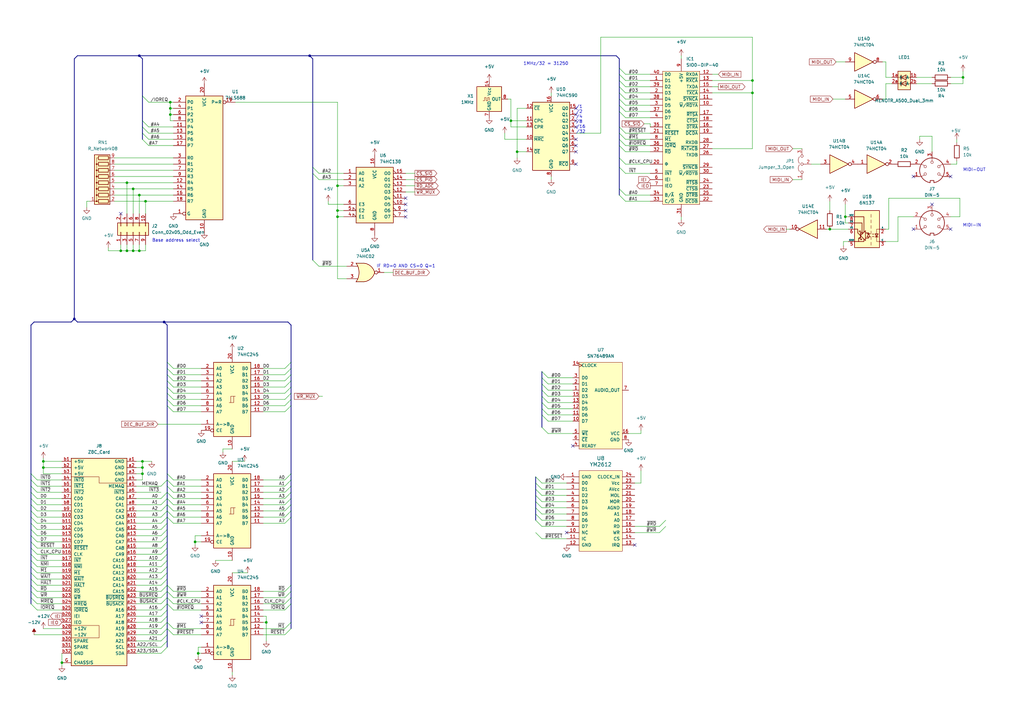
<source format=kicad_sch>
(kicad_sch (version 20230121) (generator eeschema)
  (paper "A3")
  (title_block (title "Z8C Midi Interfacee") (date "2022-10-14"))
  (junction (at 340.36 93.98))
  (junction (at 54.61 102.87))
  (junction (at 67.31 132.08))
  (junction (at 25.4 271.78))
  (junction (at 138.43 88.9))
  (junction (at 54.61 77.47))
  (junction (at 81.28 267.97))
  (junction (at 52.07 102.87))
  (junction (at 212.09 62.23))
  (junction (at 57.15 22.86))
  (junction (at 57.15 102.87))
  (junction (at 138.43 76.2))
  (junction (at 69.85 44.45))
  (junction (at 308.61 38.1))
  (junction (at 127 22.86))
  (junction (at 58.42 194.31))
  (junction (at 17.78 191.77))
  (junction (at 58.42 191.77))
  (junction (at 52.07 74.93))
  (junction (at 138.43 86.36))
  (junction (at 109.22 255.27))
  (junction (at 69.85 41.91))
  (junction (at 308.61 33.02))
  (junction (at 17.78 189.23))
  (junction (at 30.48 130.81))
  (junction (at 394.97 31.75))
  (junction (at 57.15 80.01))
  (junction (at 346.71 88.9))
  (junction (at 209.55 49.53))
  (junction (at 69.85 46.99))
  (junction (at 59.69 82.55))
  (junction (at 80.01 222.25))
  (junction (at 58.42 189.23))
  (junction (at 49.53 102.87))
  (no_connect (at 389.89 93.98))
  (no_connect (at 236.22 62.23))
  (no_connect (at 236.22 59.69))
  (no_connect (at 236.22 57.15))
  (no_connect (at 236.22 67.31))
  (no_connect (at 166.37 83.82))
  (no_connect (at 49.53 87.63))
  (no_connect (at 374.65 72.39))
  (no_connect (at 389.89 72.39))
  (no_connect (at 82.55 255.27))
  (no_connect (at 260.35 223.52))
  (no_connect (at 166.37 86.36))
  (no_connect (at 166.37 88.9))
  (no_connect (at 382.27 83.82))
  (no_connect (at 166.37 81.28))
  (no_connect (at 236.22 52.07))
  (no_connect (at 236.22 49.53))
  (no_connect (at 236.22 46.99))
  (no_connect (at 236.22 44.45))
  (no_connect (at 82.55 252.73))
  (no_connect (at 234.95 182.88))
  (no_connect (at 374.65 93.98))
  (no_connect (at 232.41 218.44))
  (bus_entry (at 119.38 240.03) (size -2.54 2.54))
  (bus_entry (at 222.25 198.12) (size -2.54 -2.54))
  (bus_entry (at 256.54 33.02) (size -2.54 -2.54))
  (bus_entry (at 68.58 250.19) (size -2.54 2.54))
  (bus_entry (at 15.24 217.17) (size -2.54 -2.54))
  (bus_entry (at 116.84 156.21) (size 2.54 -2.54))
  (bus_entry (at 119.38 247.65) (size -2.54 2.54))
  (bus_entry (at 256.54 43.18) (size -2.54 -2.54))
  (bus_entry (at 58.42 52.07) (size 2.54 2.54))
  (bus_entry (at 119.38 245.11) (size -2.54 2.54))
  (bus_entry (at 68.58 219.71) (size -2.54 2.54))
  (bus_entry (at 273.05 215.9) (size -2.54 2.54))
  (bus_entry (at 12.7 229.87) (size 2.54 2.54))
  (bus_entry (at 68.58 229.87) (size -2.54 2.54))
  (bus_entry (at 224.79 170.18) (size -2.54 -2.54))
  (bus_entry (at 222.25 200.66) (size -2.54 -2.54))
  (bus_entry (at 222.25 203.2) (size -2.54 -2.54))
  (bus_entry (at 12.7 240.03) (size 2.54 2.54))
  (bus_entry (at 68.58 209.55) (size -2.54 2.54))
  (bus_entry (at 68.58 245.11) (size -2.54 2.54))
  (bus_entry (at 68.58 242.57) (size 2.54 2.54))
  (bus_entry (at 15.24 219.71) (size -2.54 -2.54))
  (bus_entry (at 15.24 207.01) (size -2.54 -2.54))
  (bus_entry (at 68.58 255.27) (size -2.54 2.54))
  (bus_entry (at 128.27 106.68) (size 2.54 2.54))
  (bus_entry (at 68.58 212.09) (size -2.54 2.54))
  (bus_entry (at 116.84 166.37) (size 2.54 -2.54))
  (bus_entry (at 119.38 212.09) (size -2.54 2.54))
  (bus_entry (at 254 64.77) (size 2.54 2.54))
  (bus_entry (at 58.42 39.37) (size 2.54 2.54))
  (bus_entry (at 256.54 40.64) (size -2.54 -2.54))
  (bus_entry (at 68.58 257.81) (size 2.54 2.54))
  (bus_entry (at 254 77.47) (size 2.54 2.54))
  (bus_entry (at 222.25 205.74) (size -2.54 -2.54))
  (bus_entry (at 116.84 151.13) (size 2.54 -2.54))
  (bus_entry (at 68.58 199.39) (size 2.54 2.54))
  (bus_entry (at 71.12 158.75) (size -2.54 -2.54))
  (bus_entry (at 68.58 214.63) (size -2.54 2.54))
  (bus_entry (at 256.54 38.1) (size -2.54 -2.54))
  (bus_entry (at 222.25 175.26) (size 2.54 2.54))
  (bus_entry (at 119.38 209.55) (size -2.54 2.54))
  (bus_entry (at 68.58 227.33) (size -2.54 2.54))
  (bus_entry (at 68.58 204.47) (size -2.54 2.54))
  (bus_entry (at 15.24 222.25) (size -2.54 -2.54))
  (bus_entry (at 15.24 209.55) (size -2.54 -2.54))
  (bus_entry (at 254 52.07) (size 2.54 2.54))
  (bus_entry (at 15.24 214.63) (size -2.54 -2.54))
  (bus_entry (at 12.7 247.65) (size 2.54 2.54))
  (bus_entry (at 254 59.69) (size 2.54 2.54))
  (bus_entry (at 119.38 204.47) (size -2.54 2.54))
  (bus_entry (at 256.54 30.48) (size -2.54 -2.54))
  (bus_entry (at 68.58 240.03) (size -2.54 2.54))
  (bus_entry (at 256.54 48.26) (size -2.54 -2.54))
  (bus_entry (at 254 68.58) (size 2.54 2.54))
  (bus_entry (at 222.25 210.82) (size -2.54 -2.54))
  (bus_entry (at 68.58 201.93) (size 2.54 2.54))
  (bus_entry (at 15.24 212.09) (size -2.54 -2.54))
  (bus_entry (at 256.54 35.56) (size -2.54 -2.54))
  (bus_entry (at 224.79 154.94) (size -2.54 -2.54))
  (bus_entry (at 12.7 199.39) (size 2.54 2.54))
  (bus_entry (at 12.7 194.31) (size 2.54 2.54))
  (bus_entry (at 68.58 260.35) (size -2.54 2.54))
  (bus_entry (at 68.58 217.17) (size -2.54 2.54))
  (bus_entry (at 12.7 224.79) (size 2.54 2.54))
  (bus_entry (at 224.79 172.72) (size -2.54 -2.54))
  (bus_entry (at 68.58 252.73) (size -2.54 2.54))
  (bus_entry (at 116.84 153.67) (size 2.54 -2.54))
  (bus_entry (at 68.58 196.85) (size 2.54 2.54))
  (bus_entry (at 256.54 45.72) (size -2.54 -2.54))
  (bus_entry (at 119.38 257.81) (size -2.54 2.54))
  (bus_entry (at 68.58 204.47) (size 2.54 2.54))
  (bus_entry (at 222.25 215.9) (size -2.54 -2.54))
  (bus_entry (at 15.24 204.47) (size -2.54 -2.54))
  (bus_entry (at 68.58 207.01) (size 2.54 2.54))
  (bus_entry (at 66.04 199.39) (size 2.54 -2.54))
  (bus_entry (at 71.12 156.21) (size -2.54 -2.54))
  (bus_entry (at 224.79 162.56) (size -2.54 -2.54))
  (bus_entry (at 116.84 163.83) (size 2.54 -2.54))
  (bus_entry (at 116.84 161.29) (size 2.54 -2.54))
  (bus_entry (at 12.7 234.95) (size 2.54 2.54))
  (bus_entry (at 71.12 153.67) (size -2.54 -2.54))
  (bus_entry (at 68.58 247.65) (size 2.54 2.54))
  (bus_entry (at 12.7 232.41) (size 2.54 2.54))
  (bus_entry (at 254 57.15) (size 2.54 2.54))
  (bus_entry (at 119.38 255.27) (size -2.54 2.54))
  (bus_entry (at 58.42 49.53) (size 2.54 2.54))
  (bus_entry (at 12.7 237.49) (size 2.54 2.54))
  (bus_entry (at 68.58 212.09) (size 2.54 2.54))
  (bus_entry (at 12.7 222.25) (size 2.54 2.54))
  (bus_entry (at 128.27 68.58) (size 2.54 2.54))
  (bus_entry (at 71.12 168.91) (size -2.54 -2.54))
  (bus_entry (at 219.71 218.44) (size 2.54 2.54))
  (bus_entry (at 119.38 201.93) (size -2.54 2.54))
  (bus_entry (at 119.38 194.31) (size -2.54 2.54))
  (bus_entry (at 71.12 166.37) (size -2.54 -2.54))
  (bus_entry (at 116.84 168.91) (size 2.54 -2.54))
  (bus_entry (at 68.58 265.43) (size -2.54 2.54))
  (bus_entry (at 224.79 167.64) (size -2.54 -2.54))
  (bus_entry (at 71.12 163.83) (size -2.54 -2.54))
  (bus_entry (at 71.12 161.29) (size -2.54 -2.54))
  (bus_entry (at 68.58 242.57) (size -2.54 2.54))
  (bus_entry (at 12.7 245.11) (size 2.54 2.54))
  (bus_entry (at 119.38 207.01) (size -2.54 2.54))
  (bus_entry (at 68.58 257.81) (size -2.54 2.54))
  (bus_entry (at 68.58 237.49) (size -2.54 2.54))
  (bus_entry (at 119.38 242.57) (size -2.54 2.54))
  (bus_entry (at 71.12 151.13) (size -2.54 -2.54))
  (bus_entry (at 224.79 160.02) (size -2.54 -2.54))
  (bus_entry (at 68.58 207.01) (size -2.54 2.54))
  (bus_entry (at 224.79 165.1) (size -2.54 -2.54))
  (bus_entry (at 119.38 196.85) (size -2.54 2.54))
  (bus_entry (at 68.58 232.41) (size -2.54 2.54))
  (bus_entry (at 254 80.01) (size 2.54 2.54))
  (bus_entry (at 68.58 245.11) (size 2.54 2.54))
  (bus_entry (at 68.58 247.65) (size -2.54 2.54))
  (bus_entry (at 12.7 242.57) (size 2.54 2.54))
  (bus_entry (at 68.58 224.79) (size -2.54 2.54))
  (bus_entry (at 12.7 196.85) (size 2.54 2.54))
  (bus_entry (at 12.7 227.33) (size 2.54 2.54))
  (bus_entry (at 68.58 255.27) (size 2.54 2.54))
  (bus_entry (at 224.79 157.48) (size -2.54 -2.54))
  (bus_entry (at 68.58 240.03) (size 2.54 2.54))
  (bus_entry (at 222.25 208.28) (size -2.54 -2.54))
  (bus_entry (at 68.58 194.31) (size 2.54 2.54))
  (bus_entry (at 58.42 54.61) (size 2.54 2.54))
  (bus_entry (at 68.58 222.25) (size -2.54 2.54))
  (bus_entry (at 128.27 71.12) (size 2.54 2.54))
  (bus_entry (at 222.25 213.36) (size -2.54 -2.54))
  (bus_entry (at 273.05 213.36) (size -2.54 2.54))
  (bus_entry (at 68.58 234.95) (size -2.54 2.54))
  (bus_entry (at 68.58 201.93) (size -2.54 2.54))
  (bus_entry (at 68.58 262.89) (size -2.54 2.54))
  (bus_entry (at 68.58 209.55) (size 2.54 2.54))
  (bus_entry (at 116.84 158.75) (size 2.54 -2.54))
  (bus_entry (at 58.42 57.15) (size 2.54 2.54))
  (bus_entry (at 254 54.61) (size 2.54 2.54))
  (bus_entry (at 119.38 199.39) (size -2.54 2.54))
  (wire (pts (xy 15.24 229.87) (xy 25.4 229.87)))
  (wire (pts (xy 59.69 82.55) (xy 71.12 82.55)))
  (wire (pts (xy 64.77 173.99) (xy 82.55 173.99)))
  (wire (pts (xy 58.42 189.23) (xy 62.23 189.23)))
  (wire (pts (xy 81.28 267.97) (xy 81.28 269.24)))
  (wire (pts (xy 138.43 88.9) (xy 140.97 88.9)))
  (wire (pts (xy 55.88 199.39) (xy 66.04 199.39)))
  (bus (pts (xy 68.58 209.55) (xy 68.58 207.01)))
  (wire (pts (xy 212.09 44.45) (xy 212.09 62.23)))
  (bus (pts (xy 67.31 132.08) (xy 31.75 132.08)))
  (wire (pts (xy 71.12 44.45) (xy 69.85 44.45)))
  (wire (pts (xy 345.948 99.06) (xy 347.98 99.06)))
  (wire (pts (xy 91.44 184.15) (xy 95.25 184.15)))
  (bus (pts (xy 68.58 232.41) (xy 68.58 229.87)))
  (bus (pts (xy 12.7 196.85) (xy 12.7 199.39)))
  (bus (pts (xy 254 57.15) (xy 254 59.69)))
  (wire (pts (xy 66.04 222.25) (xy 55.88 222.25)))
  (wire (pts (xy 66.04 204.47) (xy 55.88 204.47)))
  (wire (pts (xy 80.01 219.71) (xy 80.01 222.25)))
  (wire (pts (xy 15.24 209.55) (xy 25.4 209.55)))
  (bus (pts (xy 222.25 154.94) (xy 222.25 157.48)))
  (wire (pts (xy 107.95 196.85) (xy 116.84 196.85)))
  (bus (pts (xy 254 52.07) (xy 254 54.61)))
  (wire (pts (xy 66.04 219.71) (xy 55.88 219.71)))
  (wire (pts (xy 116.84 161.29) (xy 107.95 161.29)))
  (wire (pts (xy 66.04 255.27) (xy 55.88 255.27)))
  (bus (pts (xy 68.58 133.35) (xy 68.58 148.59)))
  (wire (pts (xy 393.7 88.9) (xy 393.7 81.28)))
  (bus (pts (xy 68.58 161.29) (xy 68.58 163.83)))
  (wire (pts (xy 209.55 49.53) (xy 209.55 52.07)))
  (wire (pts (xy 52.07 102.87) (xy 52.07 100.33)))
  (wire (pts (xy 66.04 260.35) (xy 55.88 260.35)))
  (bus (pts (xy 254 45.72) (xy 254 52.07)))
  (wire (pts (xy 46.99 80.01) (xy 57.15 80.01)))
  (wire (pts (xy 54.61 77.47) (xy 54.61 87.63)))
  (bus (pts (xy 254 54.61) (xy 254 57.15)))
  (bus (pts (xy 128.27 24.13) (xy 127 22.86)))
  (bus (pts (xy 68.58 245.11) (xy 68.58 247.65)))
  (wire (pts (xy 209.55 52.07) (xy 215.9 52.07)))
  (wire (pts (xy 69.85 46.99) (xy 71.12 46.99)))
  (bus (pts (xy 31.75 132.08) (xy 30.48 130.81)))
  (wire (pts (xy 80.01 222.25) (xy 82.55 222.25)))
  (wire (pts (xy 46.99 74.93) (xy 52.07 74.93)))
  (wire (pts (xy 71.12 247.65) (xy 82.55 247.65)))
  (wire (pts (xy 59.69 102.87) (xy 59.69 100.33)))
  (bus (pts (xy 58.42 54.61) (xy 58.42 57.15)))
  (wire (pts (xy 13.97 260.35) (xy 25.4 260.35)))
  (wire (pts (xy 226.06 73.66) (xy 226.06 72.39)))
  (bus (pts (xy 254 38.1) (xy 254 35.56)))
  (wire (pts (xy 109.22 255.27) (xy 109.22 262.89)))
  (wire (pts (xy 66.04 242.57) (xy 55.88 242.57)))
  (bus (pts (xy 68.58 229.87) (xy 68.58 227.33)))
  (wire (pts (xy 69.85 49.53) (xy 69.85 46.99)))
  (bus (pts (xy 222.25 170.18) (xy 222.25 175.26)))
  (wire (pts (xy 91.44 185.42) (xy 91.44 184.15)))
  (wire (pts (xy 130.81 73.66) (xy 140.97 73.66)))
  (bus (pts (xy 58.42 49.53) (xy 58.42 52.07)))
  (wire (pts (xy 60.96 52.07) (xy 71.12 52.07)))
  (wire (pts (xy 54.61 100.33) (xy 54.61 102.87)))
  (bus (pts (xy 254 64.77) (xy 254 68.58)))
  (bus (pts (xy 254 59.69) (xy 254 64.77)))
  (wire (pts (xy 52.07 74.93) (xy 71.12 74.93)))
  (wire (pts (xy 57.15 100.33) (xy 57.15 102.87)))
  (wire (pts (xy 224.79 170.18) (xy 234.95 170.18)))
  (wire (pts (xy 256.54 48.26) (xy 266.7 48.26)))
  (wire (pts (xy 224.79 160.02) (xy 234.95 160.02)))
  (bus (pts (xy 119.38 247.65) (xy 119.38 255.27)))
  (bus (pts (xy 119.38 207.01) (xy 119.38 209.55)))
  (bus (pts (xy 119.38 151.13) (xy 119.38 153.67)))
  (wire (pts (xy 71.12 158.75) (xy 82.55 158.75)))
  (wire (pts (xy 17.78 194.31) (xy 25.4 194.31)))
  (wire (pts (xy 44.45 102.87) (xy 49.53 102.87)))
  (wire (pts (xy 15.24 222.25) (xy 25.4 222.25)))
  (wire (pts (xy 15.24 219.71) (xy 25.4 219.71)))
  (wire (pts (xy 88.392 229.87) (xy 95.25 229.87)))
  (bus (pts (xy 68.58 156.21) (xy 68.58 158.75)))
  (bus (pts (xy 222.25 152.4) (xy 222.25 154.94)))
  (bus (pts (xy 12.7 133.35) (xy 13.97 132.08)))
  (wire (pts (xy 170.18 76.2) (xy 166.37 76.2)))
  (wire (pts (xy 222.25 213.36) (xy 232.41 213.36)))
  (wire (pts (xy 15.24 204.47) (xy 25.4 204.47)))
  (wire (pts (xy 346.71 88.9) (xy 346.71 91.44)))
  (wire (pts (xy 107.95 201.93) (xy 116.84 201.93)))
  (bus (pts (xy 119.38 166.37) (xy 119.38 194.31)))
  (wire (pts (xy 363.347 31.75) (xy 365.76 31.75)))
  (bus (pts (xy 119.38 240.03) (xy 119.38 242.57)))
  (wire (pts (xy 257.81 177.8) (xy 262.89 177.8)))
  (bus (pts (xy 222.25 167.64) (xy 222.25 165.1)))
  (bus (pts (xy 219.71 205.74) (xy 219.71 203.2)))
  (bus (pts (xy 12.7 219.71) (xy 12.7 217.17)))
  (wire (pts (xy 17.78 257.81) (xy 25.4 257.81)))
  (wire (pts (xy 256.54 59.69) (xy 266.7 59.69)))
  (wire (pts (xy 308.61 60.96) (xy 292.1 60.96)))
  (wire (pts (xy 222.25 200.66) (xy 232.41 200.66)))
  (bus (pts (xy 12.7 209.55) (xy 12.7 207.01)))
  (wire (pts (xy 339.09 93.98) (xy 340.36 93.98)))
  (bus (pts (xy 222.25 165.1) (xy 222.25 162.56)))
  (wire (pts (xy 71.12 153.67) (xy 82.55 153.67)))
  (bus (pts (xy 254 45.72) (xy 254 43.18)))
  (wire (pts (xy 322.453 93.98) (xy 323.85 93.98)))
  (wire (pts (xy 256.54 45.72) (xy 266.7 45.72)))
  (bus (pts (xy 119.38 161.29) (xy 119.38 163.83)))
  (wire (pts (xy 66.04 209.55) (xy 55.88 209.55)))
  (wire (pts (xy 207.01 57.15) (xy 207.01 54.61)))
  (wire (pts (xy 389.89 88.9) (xy 393.7 88.9)))
  (wire (pts (xy 15.24 212.09) (xy 25.4 212.09)))
  (wire (pts (xy 15.24 240.03) (xy 25.4 240.03)))
  (wire (pts (xy 17.78 191.77) (xy 17.78 194.31)))
  (wire (pts (xy 363.347 34.29) (xy 365.76 34.29)))
  (wire (pts (xy 46.99 82.55) (xy 59.69 82.55)))
  (wire (pts (xy 138.43 114.3) (xy 142.24 114.3)))
  (wire (pts (xy 256.54 43.18) (xy 266.7 43.18)))
  (wire (pts (xy 15.24 232.41) (xy 25.4 232.41)))
  (wire (pts (xy 256.54 80.01) (xy 266.7 80.01)))
  (bus (pts (xy 68.58 250.19) (xy 68.58 247.65)))
  (wire (pts (xy 236.22 54.61) (xy 246.38 54.61)))
  (bus (pts (xy 128.27 24.13) (xy 128.27 68.58)))
  (wire (pts (xy 55.88 194.31) (xy 58.42 194.31)))
  (wire (pts (xy 270.51 218.44) (xy 260.35 218.44)))
  (bus (pts (xy 12.7 242.57) (xy 12.7 245.11)))
  (wire (pts (xy 71.12 209.55) (xy 82.55 209.55)))
  (bus (pts (xy 219.71 200.66) (xy 219.71 203.2)))
  (wire (pts (xy 52.07 74.93) (xy 52.07 87.63)))
  (bus (pts (xy 68.58 242.57) (xy 68.58 245.11)))
  (bus (pts (xy 68.58 153.67) (xy 68.58 156.21)))
  (wire (pts (xy 116.84 204.47) (xy 107.95 204.47)))
  (bus (pts (xy 254 43.18) (xy 254 40.64)))
  (bus (pts (xy 12.7 199.39) (xy 12.7 201.93)))
  (wire (pts (xy 166.37 71.12) (xy 170.18 71.12)))
  (bus (pts (xy 254 24.13) (xy 252.73 22.86)))
  (bus (pts (xy 68.58 204.47) (xy 68.58 201.93)))
  (wire (pts (xy 46.99 69.85) (xy 71.12 69.85)))
  (bus (pts (xy 12.7 237.49) (xy 12.7 240.03)))
  (bus (pts (xy 119.38 204.47) (xy 119.38 207.01)))
  (bus (pts (xy 29.21 132.08) (xy 30.48 130.81)))
  (wire (pts (xy 382.27 55.88) (xy 382.27 62.23)))
  (bus (pts (xy 119.38 209.55) (xy 119.38 212.09)))
  (wire (pts (xy 71.12 199.39) (xy 82.55 199.39)))
  (wire (pts (xy 392.43 67.31) (xy 392.43 66.04)))
  (wire (pts (xy 66.04 224.79) (xy 55.88 224.79)))
  (bus (pts (xy 127 22.86) (xy 252.73 22.86)))
  (wire (pts (xy 58.42 194.31) (xy 58.42 191.77)))
  (bus (pts (xy 68.58 199.39) (xy 68.58 201.93)))
  (wire (pts (xy 140.97 83.82) (xy 134.62 83.82)))
  (wire (pts (xy 109.22 252.73) (xy 109.22 255.27)))
  (bus (pts (xy 119.38 158.75) (xy 119.38 161.29)))
  (bus (pts (xy 12.7 224.79) (xy 12.7 227.33)))
  (wire (pts (xy 389.89 31.75) (xy 394.97 31.75)))
  (wire (pts (xy 60.96 54.61) (xy 71.12 54.61)))
  (wire (pts (xy 224.79 157.48) (xy 234.95 157.48)))
  (bus (pts (xy 119.38 199.39) (xy 119.38 201.93)))
  (wire (pts (xy 25.4 271.78) (xy 25.4 267.97)))
  (wire (pts (xy 71.12 161.29) (xy 82.55 161.29)))
  (wire (pts (xy 325.12 73.66) (xy 328.93 73.66)))
  (wire (pts (xy 15.24 196.85) (xy 25.4 196.85)))
  (bus (pts (xy 254 68.58) (xy 254 77.47)))
  (wire (pts (xy 60.96 57.15) (xy 71.12 57.15)))
  (wire (pts (xy 138.43 86.36) (xy 140.97 86.36)))
  (wire (pts (xy 107.95 255.27) (xy 109.22 255.27)))
  (wire (pts (xy 166.37 73.66) (xy 170.18 73.66)))
  (bus (pts (xy 119.38 156.21) (xy 119.38 158.75)))
  (wire (pts (xy 69.85 41.91) (xy 71.12 41.91)))
  (wire (pts (xy 54.61 102.87) (xy 57.15 102.87)))
  (bus (pts (xy 68.58 257.81) (xy 68.58 255.27)))
  (wire (pts (xy 82.55 219.71) (xy 80.01 219.71)))
  (wire (pts (xy 375.92 34.29) (xy 382.27 34.29)))
  (wire (pts (xy 166.37 78.74) (xy 170.18 78.74)))
  (wire (pts (xy 15.24 250.19) (xy 25.4 250.19)))
  (bus (pts (xy 119.38 133.35) (xy 119.38 148.59)))
  (wire (pts (xy 71.12 196.85) (xy 82.55 196.85)))
  (wire (pts (xy 46.99 67.31) (xy 71.12 67.31)))
  (bus (pts (xy 119.38 245.11) (xy 119.38 247.65)))
  (wire (pts (xy 71.12 257.81) (xy 82.55 257.81)))
  (bus (pts (xy 254 24.13) (xy 254 27.94)))
  (wire (pts (xy 209.55 40.64) (xy 209.55 49.53)))
  (bus (pts (xy 219.71 198.12) (xy 219.71 200.66)))
  (wire (pts (xy 15.24 247.65) (xy 25.4 247.65)))
  (bus (pts (xy 12.7 229.87) (xy 12.7 232.41)))
  (wire (pts (xy 15.24 245.11) (xy 25.4 245.11)))
  (bus (pts (xy 67.31 132.08) (xy 118.11 132.08)))
  (wire (pts (xy 15.24 242.57) (xy 25.4 242.57)))
  (wire (pts (xy 82.55 267.97) (xy 81.28 267.97)))
  (wire (pts (xy 392.43 58.42) (xy 392.43 57.15)))
  (wire (pts (xy 49.53 100.33) (xy 49.53 102.87)))
  (bus (pts (xy 219.71 213.36) (xy 219.71 210.82)))
  (wire (pts (xy 308.61 33.02) (xy 292.1 33.02)))
  (bus (pts (xy 119.38 242.57) (xy 119.38 245.11)))
  (wire (pts (xy 71.12 204.47) (xy 82.55 204.47)))
  (wire (pts (xy 71.12 250.19) (xy 82.55 250.19)))
  (wire (pts (xy 66.04 250.19) (xy 55.88 250.19)))
  (wire (pts (xy 279.4 22.86) (xy 279.4 24.13)))
  (bus (pts (xy 68.58 212.09) (xy 68.58 209.55)))
  (wire (pts (xy 215.9 44.45) (xy 212.09 44.45)))
  (wire (pts (xy 107.95 247.65) (xy 116.84 247.65)))
  (wire (pts (xy 270.51 215.9) (xy 260.35 215.9)))
  (wire (pts (xy 116.84 214.63) (xy 107.95 214.63)))
  (bus (pts (xy 68.58 250.19) (xy 68.58 252.73)))
  (bus (pts (xy 68.58 237.49) (xy 68.58 234.95)))
  (wire (pts (xy 66.04 214.63) (xy 55.88 214.63)))
  (wire (pts (xy 116.84 163.83) (xy 107.95 163.83)))
  (bus (pts (xy 68.58 217.17) (xy 68.58 214.63)))
  (wire (pts (xy 66.04 234.95) (xy 55.88 234.95)))
  (wire (pts (xy 95.25 276.86) (xy 95.25 275.59)))
  (wire (pts (xy 389.89 67.31) (xy 392.43 67.31)))
  (wire (pts (xy 262.89 177.8) (xy 262.89 176.53)))
  (wire (pts (xy 138.43 86.36) (xy 138.43 88.9)))
  (wire (pts (xy 66.04 240.03) (xy 55.88 240.03)))
  (wire (pts (xy 208.28 40.64) (xy 209.55 40.64)))
  (bus (pts (xy 68.58 262.89) (xy 68.58 260.35)))
  (bus (pts (xy 13.97 132.08) (xy 29.21 132.08)))
  (wire (pts (xy 66.04 207.01) (xy 55.88 207.01)))
  (bus (pts (xy 222.25 157.48) (xy 222.25 160.02)))
  (bus (pts (xy 12.7 219.71) (xy 12.7 222.25)))
  (wire (pts (xy 59.69 82.55) (xy 59.69 87.63)))
  (wire (pts (xy 46.99 72.39) (xy 71.12 72.39)))
  (wire (pts (xy 58.42 191.77) (xy 58.42 189.23)))
  (wire (pts (xy 35.56 82.55) (xy 36.83 82.55)))
  (bus (pts (xy 68.58 194.31) (xy 68.58 196.85)))
  (bus (pts (xy 219.71 210.82) (xy 219.71 208.28)))
  (wire (pts (xy 246.38 15.24) (xy 246.38 54.61)))
  (wire (pts (xy 107.95 212.09) (xy 116.84 212.09)))
  (wire (pts (xy 66.04 232.41) (xy 55.88 232.41)))
  (wire (pts (xy 368.3 88.9) (xy 374.65 88.9)))
  (wire (pts (xy 71.12 201.93) (xy 82.55 201.93)))
  (wire (pts (xy 347.98 91.44) (xy 346.71 91.44)))
  (wire (pts (xy 364.49 81.28) (xy 364.49 93.98)))
  (wire (pts (xy 209.55 49.53) (xy 215.9 49.53)))
  (bus (pts (xy 68.58 240.03) (xy 68.58 242.57)))
  (wire (pts (xy 66.04 265.43) (xy 55.88 265.43)))
  (wire (pts (xy 224.79 154.94) (xy 234.95 154.94)))
  (wire (pts (xy 256.54 38.1) (xy 266.7 38.1)))
  (wire (pts (xy 15.24 214.63) (xy 25.4 214.63)))
  (bus (pts (xy 119.38 255.27) (xy 119.38 257.81)))
  (bus (pts (xy 222.25 170.18) (xy 222.25 167.64)))
  (wire (pts (xy 264.16 50.8) (xy 266.7 50.8)))
  (wire (pts (xy 71.12 207.01) (xy 82.55 207.01)))
  (wire (pts (xy 15.24 227.33) (xy 25.4 227.33)))
  (wire (pts (xy 71.12 166.37) (xy 82.55 166.37)))
  (wire (pts (xy 81.28 267.97) (xy 81.28 265.43)))
  (wire (pts (xy 377.19 57.15) (xy 377.19 55.88)))
  (bus (pts (xy 254 30.48) (xy 254 33.02)))
  (wire (pts (xy 308.61 33.02) (xy 308.61 38.1)))
  (wire (pts (xy 394.97 31.75) (xy 394.97 29.21)))
  (wire (pts (xy 224.79 177.8) (xy 234.95 177.8)))
  (wire (pts (xy 256.54 82.55) (xy 266.7 82.55)))
  (wire (pts (xy 224.79 167.64) (xy 234.95 167.64)))
  (wire (pts (xy 260.35 198.12) (xy 262.89 198.12)))
  (wire (pts (xy 107.95 209.55) (xy 116.84 209.55)))
  (bus (pts (xy 12.7 245.11) (xy 12.7 247.65)))
  (wire (pts (xy 81.28 265.43) (xy 82.55 265.43)))
  (wire (pts (xy 116.84 245.11) (xy 107.95 245.11)))
  (wire (pts (xy 341.63 40.64) (xy 346.71 40.64)))
  (bus (pts (xy 119.38 194.31) (xy 119.38 196.85)))
  (wire (pts (xy 107.95 158.75) (xy 116.84 158.75)))
  (wire (pts (xy 222.25 208.28) (xy 232.41 208.28)))
  (wire (pts (xy 71.12 49.53) (xy 69.85 49.53)))
  (bus (pts (xy 219.71 208.28) (xy 219.71 205.74)))
  (wire (pts (xy 363.347 25.4) (xy 363.347 31.75)))
  (wire (pts (xy 66.04 212.09) (xy 55.88 212.09)))
  (wire (pts (xy 215.9 57.15) (xy 207.01 57.15)))
  (bus (pts (xy 12.7 214.63) (xy 12.7 212.09)))
  (wire (pts (xy 116.84 151.13) (xy 107.95 151.13)))
  (wire (pts (xy 157.48 111.76) (xy 161.29 111.76)))
  (bus (pts (xy 12.7 207.01) (xy 12.7 204.47)))
  (wire (pts (xy 15.24 217.17) (xy 25.4 217.17)))
  (wire (pts (xy 17.78 191.77) (xy 17.78 189.23)))
  (wire (pts (xy 71.12 212.09) (xy 82.55 212.09)))
  (wire (pts (xy 101.6 234.95) (xy 95.25 234.95)))
  (wire (pts (xy 66.04 245.11) (xy 55.88 245.11)))
  (wire (pts (xy 130.81 109.22) (xy 142.24 109.22)))
  (bus (pts (xy 57.15 22.86) (xy 127 22.86)))
  (bus (pts (xy 12.7 204.47) (xy 12.7 201.93)))
  (wire (pts (xy 35.56 82.55) (xy 35.56 85.09)))
  (bus (pts (xy 68.58 260.35) (xy 68.58 257.81)))
  (wire (pts (xy 222.25 198.12) (xy 232.41 198.12)))
  (wire (pts (xy 256.54 71.12) (xy 266.7 71.12)))
  (wire (pts (xy 138.43 88.9) (xy 138.43 114.3)))
  (bus (pts (xy 58.42 24.13) (xy 57.15 22.86)))
  (wire (pts (xy 80.01 223.52) (xy 80.01 222.25)))
  (wire (pts (xy 66.04 257.81) (xy 55.88 257.81)))
  (wire (pts (xy 60.96 41.91) (xy 69.85 41.91)))
  (wire (pts (xy 55.88 196.85) (xy 58.42 196.85)))
  (bus (pts (xy 68.58 163.83) (xy 68.58 166.37)))
  (bus (pts (xy 12.7 240.03) (xy 12.7 242.57)))
  (bus (pts (xy 68.58 227.33) (xy 68.58 224.79)))
  (wire (pts (xy 256.54 67.31) (xy 266.7 67.31)))
  (bus (pts (xy 219.71 195.58) (xy 219.71 198.12)))
  (bus (pts (xy 68.58 219.71) (xy 68.58 217.17)))
  (wire (pts (xy 222.25 205.74) (xy 232.41 205.74)))
  (wire (pts (xy 15.24 234.95) (xy 25.4 234.95)))
  (wire (pts (xy 116.84 260.35) (xy 107.95 260.35)))
  (wire (pts (xy 15.24 201.93) (xy 25.4 201.93)))
  (wire (pts (xy 52.07 102.87) (xy 54.61 102.87)))
  (wire (pts (xy 375.92 31.75) (xy 382.27 31.75)))
  (wire (pts (xy 294.64 35.56) (xy 292.1 35.56)))
  (bus (pts (xy 68.58 214.63) (xy 68.58 212.09)))
  (wire (pts (xy 44.45 101.6) (xy 44.45 102.87)))
  (wire (pts (xy 389.89 34.29) (xy 394.97 34.29)))
  (wire (pts (xy 332.74 67.31) (xy 336.55 67.31)))
  (wire (pts (xy 17.78 187.96) (xy 17.78 189.23)))
  (bus (pts (xy 254 40.64) (xy 254 38.1)))
  (wire (pts (xy 224.79 162.56) (xy 234.95 162.56)))
  (bus (pts (xy 254 27.94) (xy 254 30.48)))
  (wire (pts (xy 49.53 102.87) (xy 52.07 102.87)))
  (wire (pts (xy 222.25 210.82) (xy 232.41 210.82)))
  (wire (pts (xy 377.19 55.88) (xy 382.27 55.88)))
  (wire (pts (xy 15.24 199.39) (xy 25.4 199.39)))
  (wire (pts (xy 256.54 57.15) (xy 266.7 57.15)))
  (wire (pts (xy 71.12 163.83) (xy 82.55 163.83)))
  (bus (pts (xy 68.58 207.01) (xy 68.58 204.47)))
  (wire (pts (xy 66.04 267.97) (xy 55.88 267.97)))
  (wire (pts (xy 15.24 207.01) (xy 25.4 207.01)))
  (bus (pts (xy 12.7 194.31) (xy 12.7 196.85)))
  (wire (pts (xy 346.71 88.9) (xy 347.98 88.9)))
  (wire (pts (xy 246.38 15.24) (xy 308.61 15.24)))
  (wire (pts (xy 224.79 172.72) (xy 234.95 172.72)))
  (wire (pts (xy 60.96 59.69) (xy 71.12 59.69)))
  (wire (pts (xy 66.04 247.65) (xy 55.88 247.65)))
  (wire (pts (xy 71.12 151.13) (xy 82.55 151.13)))
  (wire (pts (xy 361.95 40.64) (xy 363.347 40.64)))
  (wire (pts (xy 71.12 214.63) (xy 82.55 214.63)))
  (wire (pts (xy 25.4 191.77) (xy 17.78 191.77)))
  (wire (pts (xy 57.15 102.87) (xy 59.69 102.87)))
  (bus (pts (xy 119.38 212.09) (xy 119.38 240.03)))
  (wire (pts (xy 345.948 100.838) (xy 345.948 99.06)))
  (wire (pts (xy 69.85 44.45) (xy 69.85 46.99)))
  (wire (pts (xy 107.95 252.73) (xy 109.22 252.73)))
  (wire (pts (xy 224.79 165.1) (xy 234.95 165.1)))
  (bus (pts (xy 68.58 224.79) (xy 68.58 222.25)))
  (bus (pts (xy 68.58 151.13) (xy 68.58 153.67)))
  (wire (pts (xy 256.54 33.02) (xy 266.7 33.02)))
  (wire (pts (xy 95.25 189.23) (xy 100.33 189.23)))
  (bus (pts (xy 68.58 252.73) (xy 68.58 255.27)))
  (bus (pts (xy 12.7 234.95) (xy 12.7 237.49)))
  (bus (pts (xy 68.58 196.85) (xy 68.58 199.39)))
  (wire (pts (xy 346.71 83.82) (xy 346.71 88.9)))
  (bus (pts (xy 68.58 262.89) (xy 68.58 265.43)))
  (bus (pts (xy 12.7 232.41) (xy 12.7 234.95)))
  (wire (pts (xy 361.95 25.4) (xy 363.347 25.4)))
  (wire (pts (xy 107.95 166.37) (xy 116.84 166.37)))
  (bus (pts (xy 128.27 71.12) (xy 128.27 106.68)))
  (wire (pts (xy 66.04 229.87) (xy 55.88 229.87)))
  (wire (pts (xy 256.54 35.56) (xy 266.7 35.56)))
  (wire (pts (xy 212.09 62.23) (xy 215.9 62.23)))
  (wire (pts (xy 364.49 93.98) (xy 363.22 93.98)))
  (wire (pts (xy 256.54 62.23) (xy 266.7 62.23)))
  (bus (pts (xy 58.42 39.37) (xy 58.42 49.53)))
  (wire (pts (xy 325.12 60.96) (xy 328.93 60.96)))
  (wire (pts (xy 107.95 242.57) (xy 116.84 242.57)))
  (bus (pts (xy 12.7 222.25) (xy 12.7 224.79)))
  (wire (pts (xy 130.81 71.12) (xy 140.97 71.12)))
  (bus (pts (xy 12.7 227.33) (xy 12.7 229.87)))
  (wire (pts (xy 66.04 262.89) (xy 55.88 262.89)))
  (bus (pts (xy 119.38 148.59) (xy 119.38 151.13)))
  (wire (pts (xy 138.43 41.91) (xy 138.43 76.2)))
  (wire (pts (xy 71.12 242.57) (xy 82.55 242.57)))
  (wire (pts (xy 308.61 38.1) (xy 292.1 38.1)))
  (bus (pts (xy 12.7 217.17) (xy 12.7 214.63)))
  (wire (pts (xy 58.42 196.85) (xy 58.42 194.31)))
  (wire (pts (xy 17.78 189.23) (xy 25.4 189.23)))
  (wire (pts (xy 66.04 227.33) (xy 55.88 227.33)))
  (bus (pts (xy 119.38 163.83) (xy 119.38 166.37)))
  (bus (pts (xy 12.7 212.09) (xy 12.7 209.55)))
  (wire (pts (xy 342.9 25.4) (xy 346.71 25.4)))
  (bus (pts (xy 30.48 24.13) (xy 30.48 130.81)))
  (wire (pts (xy 226.06 38.1) (xy 226.06 39.37)))
  (bus (pts (xy 68.58 240.03) (xy 68.58 237.49)))
  (wire (pts (xy 66.04 217.17) (xy 55.88 217.17)))
  (wire (pts (xy 116.84 153.67) (xy 107.95 153.67)))
  (wire (pts (xy 96.52 41.91) (xy 138.43 41.91)))
  (wire (pts (xy 15.24 224.79) (xy 25.4 224.79)))
  (bus (pts (xy 254 33.02) (xy 254 35.56)))
  (wire (pts (xy 46.99 77.47) (xy 54.61 77.47)))
  (wire (pts (xy 55.88 191.77) (xy 58.42 191.77)))
  (wire (pts (xy 71.12 156.21) (xy 82.55 156.21)))
  (bus (pts (xy 68.58 166.37) (xy 68.58 194.31)))
  (wire (pts (xy 279.4 90.17) (xy 279.4 88.9)))
  (wire (pts (xy 140.97 76.2) (xy 138.43 76.2)))
  (wire (pts (xy 15.24 237.49) (xy 25.4 237.49)))
  (bus (pts (xy 12.7 194.31) (xy 12.7 133.35)))
  (bus (pts (xy 119.38 153.67) (xy 119.38 156.21)))
  (wire (pts (xy 363.22 99.06) (xy 368.3 99.06)))
  (wire (pts (xy 25.4 273.05) (xy 25.4 271.78)))
  (wire (pts (xy 363.347 40.64) (xy 363.347 34.29)))
  (wire (pts (xy 308.61 38.1) (xy 308.61 60.96)))
  (wire (pts (xy 266.7 50.8) (xy 266.7 52.07)))
  (wire (pts (xy 107.95 156.21) (xy 116.84 156.21)))
  (wire (pts (xy 256.54 30.48) (xy 266.7 30.48)))
  (wire (pts (xy 116.84 207.01) (xy 107.95 207.01)))
  (bus (pts (xy 30.48 24.13) (xy 31.75 22.86)))
  (wire (pts (xy 292.1 30.48) (xy 294.64 30.48)))
  (bus (pts (xy 68.58 234.95) (xy 68.58 232.41)))
  (wire (pts (xy 256.54 40.64) (xy 266.7 40.64)))
  (wire (pts (xy 66.04 237.49) (xy 55.88 237.49)))
  (wire (pts (xy 134.62 83.82) (xy 134.62 82.55)))
  (wire (pts (xy 107.95 199.39) (xy 116.84 199.39)))
  (bus (pts (xy 128.27 71.12) (xy 128.27 68.58)))
  (bus (pts (xy 119.38 133.35) (xy 118.11 132.08)))
  (wire (pts (xy 55.88 201.93) (xy 66.04 201.93)))
  (wire (pts (xy 138.43 76.2) (xy 138.43 86.36)))
  (wire (pts (xy 340.36 93.98) (xy 347.98 93.98)))
  (bus (pts (xy 119.38 196.85) (xy 119.38 199.39)))
  (bus (pts (xy 68.58 148.59) (xy 68.58 151.13)))
  (bus (pts (xy 68.58 222.25) (xy 68.58 219.71)))
  (bus (pts (xy 68.58 158.75) (xy 68.58 161.29)))
  (bus (pts (xy 58.42 52.07) (xy 58.42 54.61)))
  (wire (pts (xy 212.09 62.23) (xy 212.09 64.77)))
  (bus (pts (xy 222.25 162.56) (xy 222.25 160.02)))
  (wire (pts (xy 57.15 80.01) (xy 71.12 80.01)))
  (wire (pts (xy 340.36 82.55) (xy 340.36 86.36)))
  (wire (pts (xy 222.25 220.98) (xy 232.41 220.98)))
  (wire (pts (xy 262.89 198.12) (xy 262.89 193.04)))
  (wire (pts (xy 393.7 81.28) (xy 364.49 81.28)))
  (wire (pts (xy 71.12 168.91) (xy 82.55 168.91)))
  (wire (pts (xy 256.54 54.61) (xy 266.7 54.61)))
  (wire (pts (xy 130.81 162.56) (xy 132.334 162.56)))
  (wire (pts (xy 46.99 64.77) (xy 71.12 64.77)))
  (wire (pts (xy 308.61 15.24) (xy 308.61 33.02)))
  (wire (pts (xy 55.88 189.23) (xy 58.42 189.23)))
  (wire (pts (xy 107.95 168.91) (xy 116.84 168.91)))
  (wire (pts (xy 394.97 31.75) (xy 394.97 34.29)))
  (wire (pts (xy 71.12 260.35) (xy 82.55 260.35)))
  (wire (pts (xy 69.85 41.91) (xy 69.85 44.45)))
  (bus (pts (xy 31.75 22.86) (xy 57.15 22.86)))
  (wire (pts (xy 66.04 252.73) (xy 55.88 252.73)))
  (wire (pts (xy 222.25 203.2) (xy 232.41 203.2)))
  (wire (pts (xy 71.12 245.11) (xy 82.55 245.11)))
  (wire (pts (xy 57.15 80.01) (xy 57.15 87.63)))
  (wire (pts (xy 368.3 99.06) (xy 368.3 88.9)))
  (wire (pts (xy 54.61 77.47) (xy 71.12 77.47)))
  (wire (pts (xy 116.84 257.81) (xy 107.95 257.81)))
  (bus (pts (xy 58.42 24.13) (xy 58.42 39.37)))
  (bus (pts (xy 68.58 133.35) (xy 67.31 132.08)))
  (wire (pts (xy 107.95 250.19) (xy 116.84 250.19)))
  (bus (pts (xy 254 77.47) (xy 254 80.01)))
  (wire (pts (xy 222.25 215.9) (xy 232.41 215.9)))
  (bus (pts (xy 119.38 201.93) (xy 119.38 204.47)))
  (text "MIDI-OUT" (at 394.97 70.485 0) (effects (font (size 1.27 1.27)) (justify left bottom)))
  (text "/1\n/2\n/4\n/8\n/16\n/32" (at 236.22 54.864 0) (effects (font (size 1.27 1.27)) (justify left bottom)))
  (text "MIDI-IN" (at 394.843 93.218 0) (effects (font (size 1.27 1.27)) (justify left bottom)))
  (text "Base address select" (at 62.357 99.441 0) (effects (font (size 1.27 1.27)) (justify left bottom)))
  (text "IF RD=0 AND CS=0 Q=1\n" (at 154.432 109.982 0) (effects (font (size 1.27 1.27)) (justify left bottom)))
  (text "1MHz/32 = 31250" (at 214.63 26.924 0) (effects (font (size 1.27 1.27)) (justify left bottom)))
  (label "#A1" (at 72.39 199.39 0))
  (label "A0" (at 64.77 204.47 180))
  (label "A22{slash}SCL" (at 64.77 265.43 180))
  (label "CLK_CPU" (at 116.84 247.65 180))
  (label "A6" (at 116.84 212.09 180))
  (label "~{M1}" (at 116.84 257.81 180))
  (label "#D6" (at 223.52 213.36 0))
  (label "~{#IOREQ}" (at 72.39 250.19 0))
  (label "A8" (at 64.77 224.79 180))
  (label "#D2" (at 226.06 160.02 0))
  (label "D3" (at 110.49 158.75 180))
  (label "~{RD}" (at 116.84 242.57 180))
  (label "D1" (at 110.49 153.67 180))
  (label "A16" (at 64.77 250.19 180))
  (label "#D5" (at 257.81 43.18 0))
  (label "#A5" (at 72.39 209.55 0))
  (label "~{WR}" (at 16.51 245.11 0))
  (label "A7" (at 64.77 222.25 180))
  (label "#A7" (at 72.39 214.63 0))
  (label "#A6" (at 61.722 57.15 0))
  (label "#D5" (at 226.06 167.64 0))
  (label "A1" (at 116.84 199.39 180))
  (label "#D1" (at 72.39 153.67 0))
  (label "D6" (at 16.51 219.71 0))
  (label "MEMAQ" (at 64.77 199.39 180))
  (label "#A6" (at 72.39 212.09 0))
  (label "A1" (at 64.77 207.01 180))
  (label "D0" (at 110.49 151.13 180))
  (label "~{#RD}" (at 257.81 62.23 0))
  (label "#A5" (at 61.722 54.61 0))
  (label "A2" (at 116.84 201.93 180))
  (label "~{#WR}" (at 72.39 245.11 0))
  (label "#D1" (at 223.52 200.66 0))
  (label "#D1" (at 257.81 33.02 0))
  (label "~{NMI}" (at 16.51 232.41 0))
  (label "A9" (at 64.77 227.33 180))
  (label "#D6" (at 72.39 166.37 0))
  (label "#A4" (at 61.722 52.07 0))
  (label "A17" (at 64.77 252.73 180))
  (label "~{M1}" (at 16.51 234.95 0))
  (label "A2" (at 64.77 209.55 180))
  (label "A18" (at 64.77 255.27 180))
  (label "#CLK_CPU" (at 72.39 247.65 0))
  (label "~{#RESET}" (at 257.81 54.61 0))
  (label "~{#WR}" (at 269.24 218.44 180))
  (label "A10" (at 64.77 229.87 180))
  (label "A4" (at 116.84 207.01 180))
  (label "#A7" (at 60.96 59.69 0))
  (label "~{#RESET}" (at 72.39 260.35 0))
  (label "~{IOREQ}" (at 116.84 250.19 180))
  (label "~{#IOREQ}" (at 257.81 59.69 0))
  (label "~{#RD}" (at 269.24 215.9 180))
  (label "A20" (at 64.77 260.35 180))
  (label "A21" (at 64.77 262.89 180))
  (label "#A2" (at 132.08 71.12 0))
  (label "#CLK_CPU" (at 257.81 67.31 0))
  (label "~{INT3}" (at 60.96 201.93 0))
  (label "#D2" (at 257.81 35.56 0))
  (label "~{RESET}" (at 116.84 260.35 180))
  (label "~{INT}" (at 257.81 71.12 0))
  (label "~{BUSREQ}" (at 64.77 245.11 180))
  (label "~{INT2}" (at 16.51 201.93 0))
  (label "#D0" (at 226.06 154.94 0))
  (label "A11" (at 64.77 232.41 180))
  (label "A5" (at 116.84 209.55 180))
  (label "D4" (at 110.49 161.29 180))
  (label "~{HALT}" (at 16.51 240.03 0))
  (label "A3" (at 116.84 204.47 180))
  (label "#A3" (at 132.08 73.66 0))
  (label "A5" (at 64.77 217.17 180))
  (label "#D3" (at 257.81 38.1 0))
  (label "~{IOREQ}" (at 16.51 250.19 0))
  (label "#D6" (at 226.06 170.18 0))
  (label "#D7" (at 226.06 172.72 0))
  (label "A12" (at 64.77 234.95 180))
  (label "~{RESET}" (at 16.51 224.79 0))
  (label "#D7" (at 223.52 215.9 0))
  (label "#A2" (at 72.39 201.93 0))
  (label "#D5" (at 223.52 210.82 0))
  (label "A15" (at 64.77 242.57 180))
  (label "#D7" (at 257.81 48.26 0))
  (label "A7" (at 116.84 214.63 180))
  (label "#D4" (at 226.06 165.1 0))
  (label "#D7" (at 72.39 168.91 0))
  (label "#D3" (at 226.06 162.56 0))
  (label "#D0" (at 223.52 198.12 0))
  (label "D0" (at 16.51 204.47 0))
  (label "#A0" (at 72.39 196.85 0))
  (label "#D3" (at 72.39 158.75 0))
  (label "~{#RD}" (at 72.39 242.57 0))
  (label "~{#RESET}" (at 223.52 220.98 0))
  (label "A4" (at 64.77 214.63 180))
  (label "~{RD}" (at 16.51 242.57 0))
  (label "CLK_CPU" (at 16.51 227.33 0))
  (label "#D5" (at 72.39 163.83 0))
  (label "#D4" (at 72.39 161.29 0))
  (label "#A1" (at 257.81 82.55 0))
  (label "~{INT1}" (at 16.51 199.39 0))
  (label "D5" (at 16.51 217.17 0))
  (label "~{INT}" (at 16.51 229.87 0))
  (label "A19" (at 64.77 257.81 180))
  (label "D6" (at 110.49 166.37 180))
  (label "A13" (at 64.77 237.49 180))
  (label "#D2" (at 223.52 203.2 0))
  (label "#D3" (at 223.52 205.74 0))
  (label "D2" (at 110.49 156.21 180))
  (label "A3" (at 64.77 212.09 180))
  (label "#D6" (at 257.81 45.72 0))
  (label "D3" (at 16.51 212.09 0))
  (label "~{BUSACK}" (at 64.77 247.65 180))
  (label "D7" (at 110.49 168.91 180))
  (label "~{WAIT}" (at 16.51 237.49 0))
  (label "~{#M1}" (at 257.81 57.15 0))
  (label "A6" (at 64.77 219.71 180))
  (label "~{#RD}" (at 132.08 109.22 0))
  (label "/IOREQ" (at 61.722 41.91 0))
  (label "~{WR}" (at 116.84 245.11 180))
  (label "A23{slash}SDA" (at 64.77 267.97 180))
  (label "#D4" (at 223.52 208.28 0))
  (label "~{#M1}" (at 72.39 257.81 0))
  (label "D4" (at 16.51 214.63 0))
  (label "D7" (at 16.51 222.25 0))
  (label "~{MREQ}" (at 16.51 247.65 0))
  (label "D2" (at 16.51 209.55 0))
  (label "#D0" (at 257.81 30.48 0))
  (label "A0" (at 116.84 196.85 180))
  (label "~{INT0}" (at 16.51 196.85 0))
  (label "~{#WR}" (at 226.06 177.8 0))
  (label "#D0" (at 72.39 151.13 0))
  (label "A14" (at 64.77 240.03 180))
  (label "#A4" (at 72.39 207.01 0))
  (label "#D4" (at 257.81 40.64 0))
  (label "#D1" (at 226.06 157.48 0))
  (label "#A0" (at 257.81 80.01 0))
  (label "D1" (at 16.51 207.01 0))
  (label "D5" (at 110.49 163.83 180))
  (label "#A3" (at 72.39 204.47 0))
  (label "#D2" (at 72.39 156.21 0))
  (global_label "~{RD_ADC}" (shape output) (at 170.18 76.2 0) (property "Intersheetrefs" "${INTERSHEET_REFS}" (effects hide)))
  (global_label "MIDI_OUT" (shape output) (at 294.64 35.56 0) (property "Intersheetrefs" "${INTERSHEET_REFS}" (effects hide)))
  (global_label "IEI" (shape input) (at 266.7 73.66 180) (property "Intersheetrefs" "${INTERSHEET_REFS}" (effects hide)))
  (global_label "MIDI_IN" (shape input) (at 294.64 30.48 0) (property "Intersheetrefs" "${INTERSHEET_REFS}" (effects hide)))
  (global_label "IEO" (shape input) (at 25.4 255.27 180) (property "Intersheetrefs" "${INTERSHEET_REFS}" (effects hide)))
  (global_label "IEO" (shape output) (at 266.7 76.2 180) (property "Intersheetrefs" "${INTERSHEET_REFS}" (effects hide)))
  (global_label "~{CS_SIO}" (shape input) (at 264.16 50.8 180) (property "Intersheetrefs" "${INTERSHEET_REFS}" (effects hide)))
  (global_label "MIDI_OUT" (shape input) (at 342.9 25.4 180) (property "Intersheetrefs" "${INTERSHEET_REFS}" (effects hide)))
  (global_label "MIDI_OUT" (shape input) (at 325.12 60.96 180) (property "Intersheetrefs" "${INTERSHEET_REFS}" (effects hide)))
  (global_label "DEC_BUF_DIR" (shape output) (at 161.29 111.76 0) (property "Intersheetrefs" "${INTERSHEET_REFS}" (effects hide)))
  (global_label "MIDI_IN" (shape output) (at 322.453 93.98 180) (property "Intersheetrefs" "${INTERSHEET_REFS}" (effects hide)))
  (global_label "~{CS_PIO}" (shape output) (at 170.18 73.66 0) (property "Intersheetrefs" "${INTERSHEET_REFS}" (effects hide)))
  (global_label "MIDI_IN" (shape input) (at 325.12 73.66 180) (property "Intersheetrefs" "${INTERSHEET_REFS}" (effects hide)))
  (global_label "DEC_BUF_DIR" (shape input) (at 64.77 173.99 180) (property "Intersheetrefs" "${INTERSHEET_REFS}" (effects hide)))
  (global_label "~{WR_MUX}" (shape output) (at 170.18 78.74 0) (property "Intersheetrefs" "${INTERSHEET_REFS}" (effects hide)))
  (global_label "IEI" (shape output) (at 25.4 252.73 180) (property "Intersheetrefs" "${INTERSHEET_REFS}" (effects hide)))
  (global_label "MIDI_IN" (shape input) (at 341.63 40.64 180) (property "Intersheetrefs" "${INTERSHEET_REFS}" (effects hide)))
  (global_label "~{WR_MUX}" (shape input) (at 130.81 162.56 180) (property "Intersheetrefs" "${INTERSHEET_REFS}" (effects hide)))
  (global_label "~{CS_SIO}" (shape output) (at 170.18 71.12 0) (property "Intersheetrefs" "${INTERSHEET_REFS}" (effects hide)))
  (symbol (lib_id "Device:R") (at 386.08 31.75 90) (unit 1)
    (property "Reference" "R3" (at 386.08 26.035 90))
    (property "Value" "10k" (at 386.08 28.575 90))
    (property "Footprint" "Resistor_THT:R_Axial_DIN0204_L3.6mm_D1.6mm_P7.62mm_Horizontal" (effects hide))
  )
  (symbol (lib_id "power:GND") (at 226.06 73.66 0) (unit 1)
    (property "Reference" "#PWR041" (effects hide))
    (property "Value" "GND" (at 226.06 78.74 0))
  )
  (symbol (lib_id "power:GND") (at 232.41 195.58 270) (unit 1)
    (property "Reference" "#PWR01" (effects hide))
    (property "Value" "GND" (at 229.87 195.58 90) (effects (justify right)))
  )
  (symbol (lib_id "Connector:DIN-5") (at 382.27 91.44 0) (unit 1)
    (property "Reference" "J6" (at 382.2701 99.06 0))
    (property "Value" "DIN-5" (at 382.2701 101.6 0))
    (property "Footprint" "w_conn_av:din-5" (effects hide))
    (property "Datasheet" "http://www.mouser.com/ds/2/18/40_c091_abd_e-75918.pdf" (effects hide))
  )
  (symbol (lib_id "power:GND") (at 212.09 64.77 0) (unit 1)
    (property "Reference" "#PWR039" (effects hide))
    (property "Value" "GND" (at 212.09 69.85 0))
  )
  (symbol (lib_id "power:GND") (at 200.66 48.26 0) (unit 1)
    (property "Reference" "#PWR037" (effects hide))
    (property "Value" "GND" (at 200.66 53.34 0))
  )
  (symbol (lib_id "74xx:74LS02") (at 149.86 111.76 0) (unit 1)
    (property "Reference" "U5" (at 149.86 102.616 0))
    (property "Value" "74HC02" (at 149.86 105.156 0))
    (property "Footprint" "Package_DIP:DIP-14_W7.62mm_Socket_LongPads" (effects hide))
    (property "Datasheet" "http://www.ti.com/lit/gpn/sn74ls02" (effects hide))
  )
  (symbol (lib_id "power:+5V") (at 392.43 57.15 0) (unit 1)
    (property "Reference" "#PWR058" (effects hide))
    (property "Value" "+5V" (at 391.922 53.594 0))
  )
  (symbol (lib_id "power:+5V") (at 153.67 63.5 0) (unit 1)
    (property "Reference" "#PWR025" (effects hide))
    (property "Value" "+5V" (at 153.67 58.42 0))
  )
  (symbol (lib_id "power:+5V") (at 226.06 38.1 0) (unit 1)
    (property "Reference" "#PWR040" (effects hide))
    (property "Value" "+5V" (at 226.06 32.385 0))
  )
  (symbol (lib_id "power:GND") (at 377.19 57.15 0) (unit 1)
    (property "Reference" "#PWR057" (effects hide))
    (property "Value" "GND" (at 377.19 62.23 0))
  )
  (symbol (lib_id "74xx:74LS06") (at 331.47 93.98 180) (unit 5)
    (property "Reference" "U14" (at 331.47 84.582 0))
    (property "Value" "74HCT04" (at 331.47 87.122 0))
    (property "Datasheet" "http://www.ti.com/lit/gpn/sn74LS06" (effects hide))
  )
  (symbol (lib_id "power:+5V") (at 340.36 82.55 0) (unit 1)
    (property "Reference" "#PWR054" (effects hide))
    (property "Value" "+5V" (at 340.36 76.835 0))
  )
  (symbol (lib_id "74xx:74LS06") (at 354.33 40.64 0) (unit 3)
    (property "Reference" "U14" (at 354.33 31.115 0))
    (property "Value" "74HCT04" (at 354.33 33.655 0))
    (property "Datasheet" "http://www.ti.com/lit/gpn/sn74LS06" (effects hide))
  )
  (symbol (lib_id "CustomSymbols:YM2612") (at 237.49 208.28 0) (unit 1)
    (property "Reference" "U8" (at 246.38 187.96 0) (effects (font (size 1.524 1.524))))
    (property "Value" "YM2612" (at 246.38 190.5 0) (effects (font (size 1.524 1.524))))
  )
  (symbol (lib_id "power:GND") (at 109.22 262.89 0) (unit 1)
    (property "Reference" "#PWR022" (effects hide))
    (property "Value" "GND" (at 109.22 267.335 0))
  )
  (symbol (lib_id "power:GND") (at 232.41 223.52 0) (unit 1)
    (property "Reference" "#PWR02" (effects hide))
    (property "Value" "GND" (at 232.41 227.965 0))
  )
  (symbol (lib_id "74xx:74LS138") (at 153.67 78.74 0) (unit 1)
    (property "Reference" "U6" (at 155.6894 63.754 0) (effects (justify left)))
    (property "Value" "74HC138" (at 155.6894 66.294 0) (effects (justify left)))
    (property "Footprint" "Package_DIP:DIP-16_W7.62mm_Socket_LongPads" (effects hide))
    (property "Datasheet" "http://www.ti.com/lit/gpn/sn74LS138" (effects hide))
  )
  (symbol (lib_id "power:GND") (at 35.56 85.09 0) (unit 1)
    (property "Reference" "#PWR05" (effects hide))
    (property "Value" "GND" (at 35.56 89.535 0))
  )
  (symbol (lib_id "power:+5V") (at 83.82 34.29 0) (unit 1)
    (property "Reference" "#PWR014" (effects hide))
    (property "Value" "+5V" (at 83.82 29.21 0))
  )
  (symbol (lib_id "power:+5V") (at 200.66 33.02 0) (unit 1)
    (property "Reference" "#PWR036" (effects hide))
    (property "Value" "+5V" (at 200.66 27.305 0))
  )
  (symbol (lib_id "power:GND") (at 82.55 176.53 0) (unit 1)
    (property "Reference" "#PWR011" (effects hide))
    (property "Value" "GND" (at 82.55 180.975 0))
  )
  (symbol (lib_id "power:GND") (at 88.392 229.87 0) (unit 1)
    (property "Reference" "#PWR017" (effects hide))
    (property "Value" "GND" (at 88.392 234.315 0))
  )
  (symbol (lib_id "CustomSymbols:MENOTR_A500_Dual_3mm") (at 370.84 33.02 0) (mirror y) (unit 1)
    (property "Reference" "LED1" (at 370.84 23.495 0))
    (property "Value" "MENOTR_A500_Dual_3mm" (at 370.84 41.275 0))
    (property "Footprint" "w_conn_av:MENTOR A500 Dual 3mm" (effects hide))
  )
  (symbol (lib_id "power:+5V") (at 262.89 193.04 0) (unit 1)
    (property "Reference" "#PWR024" (effects hide))
    (property "Value" "+5V" (at 262.89 187.96 0))
  )
  (symbol (lib_id "Oscillator:ACO-xxxMHz") (at 200.66 40.64 0) (unit 1)
    (property "Reference" "X1" (at 194.31 39.3699 0) (effects (justify right)))
    (property "Value" "1MHz" (at 194.31 41.9099 0) (effects (justify right)))
    (property "Footprint" "Oscillator:Oscillator_DIP-14" (effects hide))
    (property "Datasheet" "http://www.conwin.com/datasheets/cx/cx030.pdf" (effects hide))
  )
  (symbol (lib_id "power:GND") (at 95.25 276.86 0) (unit 1)
    (property "Reference" "#PWR019" (effects hide))
    (property "Value" "GND" (at 95.25 281.305 0))
  )
  (symbol (lib_id "power:GND") (at 257.81 180.34 0) (unit 1)
    (property "Reference" "#PWR023" (effects hide))
    (property "Value" "GND" (at 257.81 184.785 0))
  )
  (symbol (lib_id "power:GND") (at 81.28 269.24 0) (unit 1)
    (property "Reference" "#PWR013" (effects hide))
    (property "Value" "GND" (at 81.28 273.685 0))
  )
  (symbol (lib_id "Device:R") (at 386.08 34.29 90) (unit 1)
    (property "Reference" "R4" (at 386.08 39.37 90))
    (property "Value" "10k" (at 386.08 36.83 90))
    (property "Footprint" "Resistor_THT:R_Axial_DIN0204_L3.6mm_D1.6mm_P7.62mm_Horizontal" (effects hide))
  )
  (symbol (lib_id "Device:R_Network08") (at 41.91 72.39 90) (unit 1)
    (property "Reference" "RN1" (at 42.164 58.42 90))
    (property "Value" "R_Network08" (at 42.164 60.96 90))
    (property "Footprint" "Resistor_THT:R_Array_SIP9" (effects hide))
    (property "Datasheet" "http://www.vishay.com/docs/31509/csc.pdf" (effects hide))
  )
  (symbol (lib_id "Device:R") (at 392.43 62.23 0) (unit 1)
    (property "Reference" "R5" (at 394.97 60.9599 0) (effects (justify left)))
    (property "Value" "10k" (at 394.97 63.4999 0) (effects (justify left)))
    (property "Footprint" "Resistor_THT:R_Axial_DIN0204_L3.6mm_D1.6mm_P7.62mm_Horizontal" (effects hide))
  )
  (symbol (lib_id "power:+5V") (at 279.4 22.86 0) (unit 1)
    (property "Reference" "#PWR049" (effects hide))
    (property "Value" "+5V" (at 279.4 17.145 0))
  )
  (symbol (lib_id "power:+5V") (at 262.89 176.53 0) (unit 1)
    (property "Reference" "#PWR027" (effects hide))
    (property "Value" "+5V" (at 262.89 171.45 0))
  )
  (symbol (lib_id "74xx:74LS06") (at 359.41 67.31 0) (unit 1)
    (property "Reference" "U14" (at 359.41 58.42 0))
    (property "Value" "74HCT04" (at 359.41 60.96 0))
    (property "Datasheet" "http://www.ti.com/lit/gpn/sn74LS06" (effects hide))
  )
  (symbol (lib_id "Jumper:Jumper_3_Open") (at 328.93 67.31 90) (unit 1)
    (property "Reference" "JP1" (at 325.882 66.0399 90) (effects (justify left)))
    (property "Value" "Jumper_3_Open" (at 325.882 68.5799 90) (effects (justify left)))
    (property "Footprint" "Connector_PinHeader_2.54mm:PinHeader_1x03_P2.54mm_Vertical" (effects hide))
  )
  (symbol (lib_id "Zilog_Z80_Peripherals:SIO0-DIP-40") (at 271.78 29.21 0) (unit 1)
    (property "Reference" "IC1" (at 281.4194 24.13 0) (effects (justify left)))
    (property "Value" "SIO0-DIP-40" (at 281.4194 26.67 0) (effects (justify left)))
    (property "Footprint" "Package_DIP:DIP-40_W15.24mm_Socket" (effects hide))
    (property "Description" "Z80 CMOS SIO/0 Z84C40 Zilog" (effects hide))
    (property "Height" "4.06" (effects hide))
    (property "Manufacturer_Name" "Zilog" (effects hide))
    (property "Manufacturer_Part_Number" "Z84C4206PEG" (effects hide))
    (property "Mouser Part Number" "692-Z84C4206PEG" (effects hide))
    (property "Mouser Price/Stock" "https://www.mouser.com/Search/Refine.aspx?Keyword=692-Z84C4206PEG" (effects hide))
    (property "RS Part Number" "6600766" (effects hide))
    (property "RS Price/Stock" "https://uk.rs-online.com/web/p/products/6600766" (effects hide))
    (property "Allied_Number" "R1000052" (effects hide))
    (property "Allied Price/Stock" "https://www.alliedelec.com/zilog-z84c4206peg/R1000052/" (effects hide))
  )
  (symbol (lib_id "74xx:74LS06") (at 344.17 67.31 0) (unit 2)
    (property "Reference" "U14" (at 344.17 57.785 0))
    (property "Value" "74HCT04" (at 344.17 60.325 0))
    (property "Datasheet" "http://www.ti.com/lit/gpn/sn74LS06" (effects hide))
  )
  (symbol (lib_id "Connector:DIN-5") (at 382.27 69.85 0) (unit 1)
    (property "Reference" "J7" (at 382.2701 77.47 0))
    (property "Value" "DIN-5" (at 382.2701 80.01 0))
    (property "Footprint" "w_conn_av:din-5" (effects hide))
    (property "Datasheet" "http://www.mouser.com/ds/2/18/40_c091_abd_e-75918.pdf" (effects hide))
  )
  (symbol (lib_id "74xx:74HC245") (at 95.25 255.27 0) (unit 1)
    (property "Reference" "U4" (at 97.2694 234.315 0) (effects (justify left)))
    (property "Value" "74HC245" (at 97.2694 236.855 0) (effects (justify left)))
    (property "Footprint" "Package_DIP:DIP-20_W7.62mm_Socket_LongPads" (effects hide))
    (property "Datasheet" "http://www.ti.com/lit/gpn/sn74HC245" (effects hide))
  )
  (symbol (lib_id "power:+5V") (at 207.01 54.61 0) (unit 1)
    (property "Reference" "#PWR038" (effects hide))
    (property "Value" "+5V" (at 207.01 48.895 0))
  )
  (symbol (lib_id "power:GND") (at 279.4 90.17 0) (unit 1)
    (property "Reference" "#PWR050" (effects hide))
    (property "Value" "GND" (at 279.4 95.25 0))
  )
  (symbol (lib_id "Device:R") (at 340.36 90.17 0) (unit 1)
    (property "Reference" "R1" (at 342.9 88.8999 0) (effects (justify left)))
    (property "Value" "10k" (at 342.9 91.4399 0) (effects (justify left)))
    (property "Footprint" "Resistor_THT:R_Axial_DIN0204_L3.6mm_D1.6mm_P7.62mm_Horizontal" (effects hide))
  )
  (symbol (lib_id "Connector_Generic:Conn_02x05_Odd_Even") (at 54.61 95.25 90) (unit 1)
    (property "Reference" "J2" (at 62.23 92.7099 90) (effects (justify right)))
    (property "Value" "Conn_02x05_Odd_Even" (at 62.23 95.2499 90) (effects (justify right)))
    (property "Footprint" "Connector_PinHeader_2.54mm:PinHeader_2x05_P2.54mm_Vertical" (effects hide))
  )
  (symbol (lib_id "power:GND") (at 91.44 185.42 0) (unit 1)
    (property "Reference" "#PWR016" (effects hide))
    (property "Value" "GND" (at 91.44 189.865 0))
  )
  (symbol (lib_id "power:GND") (at 80.01 223.52 0) (unit 1)
    (property "Reference" "#PWR012" (effects hide))
    (property "Value" "GND" (at 80.01 227.965 0))
  )
  (symbol (lib_id "Device:R") (at 370.84 67.31 90) (unit 1)
    (property "Reference" "R2" (at 370.84 61.595 90))
    (property "Value" "10k" (at 370.84 64.135 90))
    (property "Footprint" "Resistor_THT:R_Axial_DIN0204_L3.6mm_D1.6mm_P7.62mm_Horizontal" (effects hide))
  )
  (symbol (lib_id "power:+5V") (at 346.71 83.82 0) (unit 1)
    (property "Reference" "#PWR055" (effects hide))
    (property "Value" "+5V" (at 346.71 78.105 0))
  )
  (symbol (lib_id "power:GND") (at 153.67 96.52 0) (unit 1)
    (property "Reference" "#PWR026" (effects hide))
    (property "Value" "GND" (at 153.67 101.092 0))
  )
  (symbol (lib_id "power:GND") (at 71.12 87.63 0) (unit 1)
    (property "Reference" "#PWR010" (effects hide))
    (property "Value" "GND" (at 71.12 92.71 0))
  )
  (symbol (lib_id "74xx:74LS590") (at 226.06 57.15 0) (unit 1)
    (property "Reference" "U10" (at 228.0794 36.576 0) (effects (justify left)))
    (property "Value" "74HC590" (at 228.0794 39.116 0) (effects (justify left)))
    (property "Footprint" "Package_DIP:DIP-16_W7.62mm_Socket_LongPads" (effects hide))
    (property "Datasheet" "http://www.ti.com/lit/gpn/sn74ls590" (effects hide))
  )
  (symbol (lib_id "CustomSymbols:SN76489AN") (at 246.38 166.37 0) (unit 1)
    (property "Reference" "U7" (at 246.38 143.51 0))
    (property "Value" "SN76489AN" (at 246.38 146.05 0))
    (property "Footprint" "Package_DIP:DIP-16_W7.62mm" (effects hide))
  )
  (symbol (lib_id "power:-12V") (at 13.97 260.35 0) (unit 1)
    (property "Reference" "#PWR03" (effects hide))
    (property "Value" "-12V" (at 13.97 255.27 0))
  )
  (symbol (lib_id "Isolator:6N137") (at 355.6 93.98 0) (mirror y) (unit 1)
    (property "Reference" "U18" (at 355.6 80.645 0))
    (property "Value" "6N137" (at 355.6 83.185 0))
    (property "Footprint" "Package_DIP:DIP-8_W7.62mm" (effects hide))
    (property "Datasheet" "https://docs.broadcom.com/docs/AV02-0940EN" (effects hide))
  )
  (symbol (lib_id "74xx:74LS06") (at 354.33 25.4 0) (unit 4)
    (property "Reference" "U14" (at 354.33 15.875 0))
    (property "Value" "74HCT04" (at 354.33 18.415 0))
    (property "Datasheet" "http://www.ti.com/lit/gpn/sn74LS06" (effects hide))
  )
  (symbol (lib_id "power:+5V") (at 17.78 187.96 0) (unit 1)
    (property "Reference" "#PWR07" (effects hide))
    (property "Value" "+5V" (at 17.78 182.88 0))
  )
  (symbol (lib_id "Dennis:Z8C_Card") (at 40.64 228.6 0) (unit 1)
    (property "Reference" "J8" (at 40.64 182.88 0))
    (property "Value" "Z8C_Card" (at 40.64 185.42 0))
    (property "Footprint" "Dennis:Z8C Card" (effects hide))
  )
  (symbol (lib_id "power:GND") (at 345.948 100.838 0) (unit 1)
    (property "Reference" "#PWR056" (effects hide))
    (property "Value" "GND" (at 345.948 105.918 0))
  )
  (symbol (lib_id "power:+5V") (at 101.6 234.95 0) (unit 1)
    (property "Reference" "#PWR021" (effects hide))
    (property "Value" "+5V" (at 101.6 229.87 0))
  )
  (symbol (lib_id "power:GND") (at 62.23 189.23 0) (unit 1)
    (property "Reference" "#PWR09" (effects hide))
    (property "Value" "GND" (at 62.23 194.31 0))
  )
  (symbol (lib_id "power:GND") (at 25.4 273.05 0) (unit 1)
    (property "Reference" "#PWR06" (effects hide))
    (property "Value" "GND" (at 25.4 278.13 0))
  )
  (symbol (lib_id "74xx:74HC245") (at 95.25 163.83 0) (unit 1)
    (property "Reference" "U2" (at 97.2694 142.875 0) (effects (justify left)))
    (property "Value" "74HC245" (at 97.2694 145.415 0) (effects (justify left)))
    (property "Footprint" "Package_DIP:DIP-20_W7.62mm_Socket_LongPads" (effects hide))
    (property "Datasheet" "http://www.ti.com/lit/gpn/sn74HC245" (effects hide))
  )
  (symbol (lib_id "power:+5V") (at 394.97 29.21 0) (unit 1)
    (property "Reference" "#PWR059" (effects hide))
    (property "Value" "+5V" (at 394.97 23.495 0))
  )
  (symbol (lib_id "74xx:74LS688") (at 83.82 64.77 0) (unit 1)
    (property "Reference" "U1" (at 96.52 37.5793 0))
    (property "Value" "74LS688" (at 96.52 40.1193 0))
    (property "Footprint" "Package_DIP:DIP-20_W7.62mm_Socket_LongPads" (effects hide))
    (property "Datasheet" "http://www.ti.com/lit/gpn/sn74LS688" (effects hide))
  )
  (symbol (lib_id "74xx:74HC245") (at 95.25 209.55 0) (unit 1)
    (property "Reference" "U3" (at 97.2694 188.595 0) (effects (justify left)))
    (property "Value" "74HC245" (at 97.2694 191.135 0) (effects (justify left)))
    (property "Footprint" "Package_DIP:DIP-20_W7.62mm_Socket_LongPads" (effects hide))
    (property "Datasheet" "http://www.ti.com/lit/gpn/sn74HC245" (effects hide))
  )
  (symbol (lib_id "power:GND") (at 83.82 95.25 0) (unit 1)
    (property "Reference" "#PWR015" (effects hide))
    (property "Value" "GND" (at 83.82 100.33 0))
  )
  (symbol (lib_id "power:+12V") (at 17.78 257.81 0) (unit 1)
    (property "Reference" "#PWR04" (effects hide))
    (property "Value" "+12V" (at 17.78 252.73 0))
  )
  (symbol (lib_id "power:+5V") (at 95.25 143.51 0) (unit 1)
    (property "Reference" "#PWR018" (effects hide))
    (property "Value" "+5V" (at 95.25 138.43 0))
  )
  (symbol (lib_id "power:+5V") (at 100.33 189.23 0) (unit 1)
    (property "Reference" "#PWR020" (effects hide))
    (property "Value" "+5V" (at 100.33 184.15 0))
  )
  (symbol (lib_id "power:+5V") (at 134.62 82.55 0) (unit 1)
    (property "Reference" "#PWR031" (effects hide))
    (property "Value" "+5V" (at 134.62 77.47 0))
  )
  (symbol (lib_id "power:+5V") (at 44.45 101.6 0) (unit 1)
    (property "Reference" "#PWR08" (effects hide))
    (property "Value" "+5V" (at 44.45 96.52 0))
  )
)
</source>
